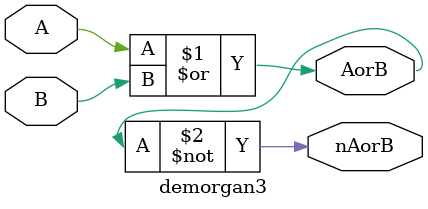
<source format=v>
module demorgan3
(
	 
	input A, // single bit inputs
	input B,
	output AorB, // output intermediate complemented inputs
	output nAorB // single bit output

);

	wire AorB;
	wire nAorB;
	or orgate1(AorB, A, B);
	not AorBinv(nAorB, AorB);


endmodule
</source>
